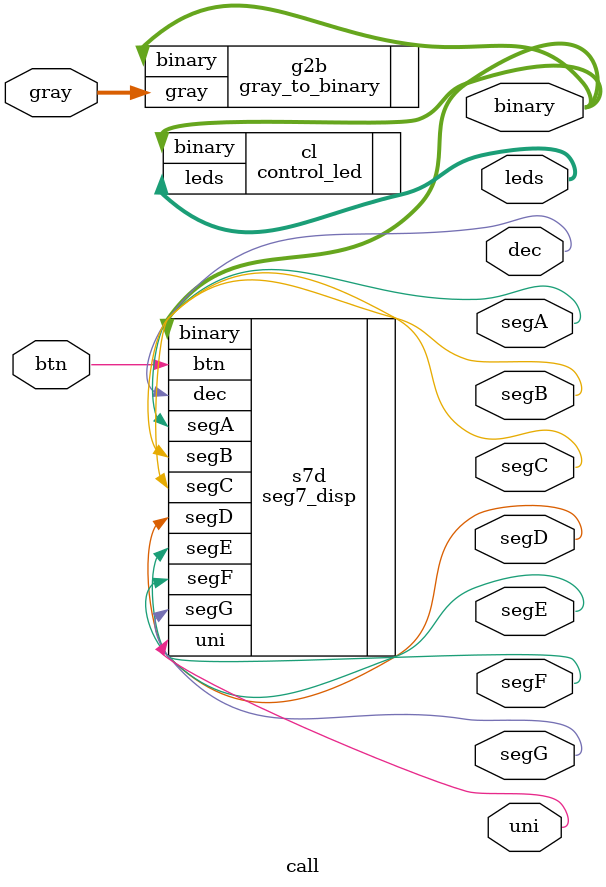
<source format=sv>
module call (
    input  logic [3 : 0] gray,  // Entrada: Código Gray (4 bits)
    input  logic btn, // Entrada: Botón
    output logic [3 : 0] leds, // Salida: LEDs
    output logic [3 : 0] binary, // Salida: Código Binario (4 bits)
    output logic uni,  // Salida: Transistor unidades
    output logic dec, // Salida: Transistor decenas
    output logic segA,
    output logic segB,
    output logic segC,
    output logic segD,
    output logic segE,
    output logic segF,
    output logic segG
);

    // Instanciación de los módulos
    gray_to_binary g2b (
        .gray(gray),
        .binary(binary)
    );

    control_led cl (
        .binary(binary),
        .leds(leds)
    );

    seg7_disp s7d (
        .binary(binary),
        .btn(btn),
        .uni(uni),
        .dec(dec),
        .segA(segA),
        .segB(segB),
        .segC(segC),
        .segD(segD),
        .segE(segE),
        .segF(segF),
        .segG(segG)
    );

endmodule
</source>
